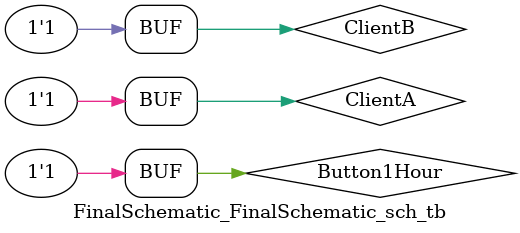
<source format=v>

`timescale 1ns / 1ps

module FinalSchematic_FinalSchematic_sch_tb();

// Inputs
   reg ClientA;
   reg Button2Hours;
   reg Button30Min;
   reg Button1Hour;
   reg ClientB;

// Output
   wire [5:0] XLXN_25;

// Bidirs

// Instantiate the UUT
   FinalSchematic UUT (
		.ClientA(ClientA), 
		.Button2Hours(Button2Hours), 
		.Button30Min(Button30Min), 
		.Button1Hour(Button1Hour), 
		.ClientB(ClientB), 
		.XLXN_25(XLXN_25)
   );
// Initialize Inputs
   `ifdef auto_init
       initial begin
		ClientA = 0;
		Button2Hours = 0;
		Button30Min = 0;
		Button1Hour = 0;
		ClientB = 0;
   `endif
	
	initial begin
	
	ClientA = 1;
	ClientB = 1;
	Button1Hour = 1;
	
	end
endmodule

</source>
